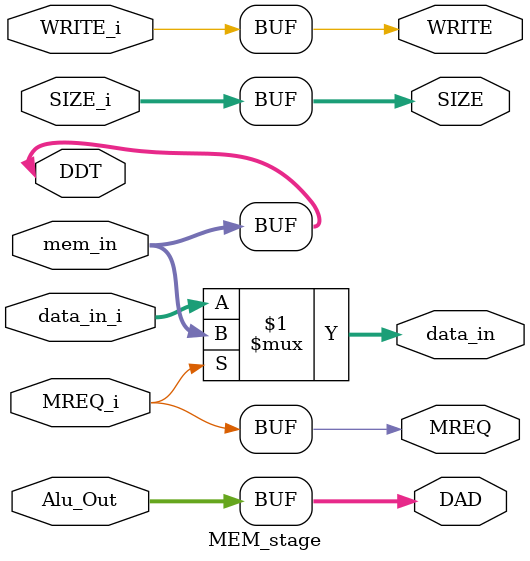
<source format=v>
`include "header/macro.vh"

module MEM_stage (
                MREQ_i, WRITE_i, SIZE_i, data_in_i,
                Alu_Out, mem_in, 
                MREQ, WRITE, SIZE, DAD, 
                DDT, data_in
                );
    input MREQ_i, WRITE_i;
    input [1:0] SIZE_i;
    input [31:0] data_in_i, Alu_Out;
    input [31:0] mem_in;
    output MREQ, WRITE;
    output [1:0] SIZE;
    output [31:0] DAD;
    inout [31:0] DDT;
    output [31:0] data_in;

    assign MREQ   = MREQ_i;
    assign WRITE  = WRITE_i;
    assign SIZE   = SIZE_i;
    
    assign DAD = Alu_Out;
    assign DDT = mem_in;

    assign data_in = MREQ ? DDT : data_in_i;


endmodule

</source>
